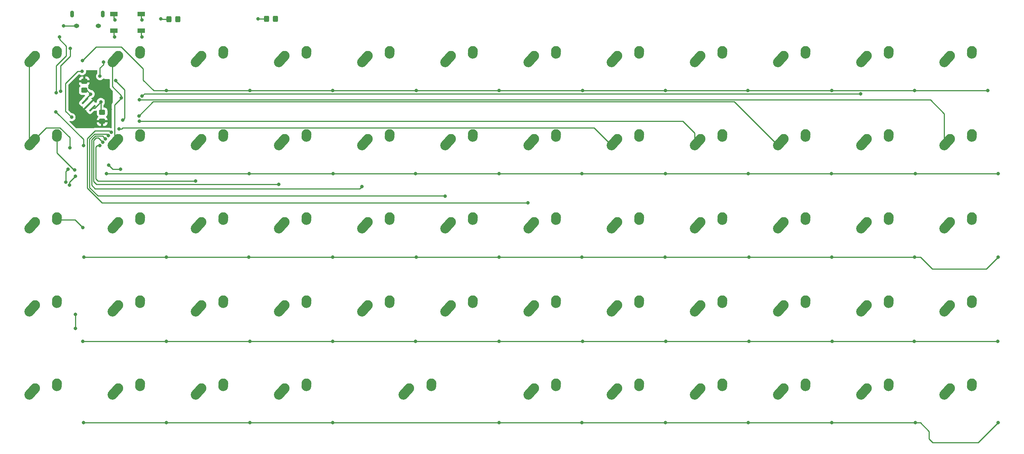
<source format=gbr>
G04 #@! TF.GenerationSoftware,KiCad,Pcbnew,(6.0.4)*
G04 #@! TF.CreationDate,2023-01-11T07:52:02+01:00*
G04 #@! TF.ProjectId,keyboard,6b657962-6f61-4726-942e-6b696361645f,rev?*
G04 #@! TF.SameCoordinates,Original*
G04 #@! TF.FileFunction,Copper,L1,Top*
G04 #@! TF.FilePolarity,Positive*
%FSLAX46Y46*%
G04 Gerber Fmt 4.6, Leading zero omitted, Abs format (unit mm)*
G04 Created by KiCad (PCBNEW (6.0.4)) date 2023-01-11 07:52:02*
%MOMM*%
%LPD*%
G01*
G04 APERTURE LIST*
G04 Aperture macros list*
%AMRoundRect*
0 Rectangle with rounded corners*
0 $1 Rounding radius*
0 $2 $3 $4 $5 $6 $7 $8 $9 X,Y pos of 4 corners*
0 Add a 4 corners polygon primitive as box body*
4,1,4,$2,$3,$4,$5,$6,$7,$8,$9,$2,$3,0*
0 Add four circle primitives for the rounded corners*
1,1,$1+$1,$2,$3*
1,1,$1+$1,$4,$5*
1,1,$1+$1,$6,$7*
1,1,$1+$1,$8,$9*
0 Add four rect primitives between the rounded corners*
20,1,$1+$1,$2,$3,$4,$5,0*
20,1,$1+$1,$4,$5,$6,$7,0*
20,1,$1+$1,$6,$7,$8,$9,0*
20,1,$1+$1,$8,$9,$2,$3,0*%
%AMHorizOval*
0 Thick line with rounded ends*
0 $1 width*
0 $2 $3 position (X,Y) of the first rounded end (center of the circle)*
0 $4 $5 position (X,Y) of the second rounded end (center of the circle)*
0 Add line between two ends*
20,1,$1,$2,$3,$4,$5,0*
0 Add two circle primitives to create the rounded ends*
1,1,$1,$2,$3*
1,1,$1,$4,$5*%
%AMRotRect*
0 Rectangle, with rotation*
0 The origin of the aperture is its center*
0 $1 length*
0 $2 width*
0 $3 Rotation angle, in degrees counterclockwise*
0 Add horizontal line*
21,1,$1,$2,0,0,$3*%
G04 Aperture macros list end*
G04 #@! TA.AperFunction,SMDPad,CuDef*
%ADD10RoundRect,0.250000X0.450000X-0.325000X0.450000X0.325000X-0.450000X0.325000X-0.450000X-0.325000X0*%
G04 #@! TD*
G04 #@! TA.AperFunction,SMDPad,CuDef*
%ADD11RoundRect,0.250000X-0.450000X0.325000X-0.450000X-0.325000X0.450000X-0.325000X0.450000X0.325000X0*%
G04 #@! TD*
G04 #@! TA.AperFunction,SMDPad,CuDef*
%ADD12R,1.700000X1.000000*%
G04 #@! TD*
G04 #@! TA.AperFunction,SMDPad,CuDef*
%ADD13RotRect,0.400000X1.900000X315.000000*%
G04 #@! TD*
G04 #@! TA.AperFunction,SMDPad,CuDef*
%ADD14RoundRect,0.250000X-0.325000X-0.450000X0.325000X-0.450000X0.325000X0.450000X-0.325000X0.450000X0*%
G04 #@! TD*
G04 #@! TA.AperFunction,ComponentPad*
%ADD15C,2.250000*%
G04 #@! TD*
G04 #@! TA.AperFunction,ComponentPad*
%ADD16HorizOval,2.250000X0.655001X0.730000X-0.655001X-0.730000X0*%
G04 #@! TD*
G04 #@! TA.AperFunction,ComponentPad*
%ADD17HorizOval,2.250000X0.020000X0.290000X-0.020000X-0.290000X0*%
G04 #@! TD*
G04 #@! TA.AperFunction,ComponentPad*
%ADD18O,0.890000X1.550000*%
G04 #@! TD*
G04 #@! TA.AperFunction,ComponentPad*
%ADD19O,1.250000X0.950000*%
G04 #@! TD*
G04 #@! TA.AperFunction,ViaPad*
%ADD20C,0.800000*%
G04 #@! TD*
G04 #@! TA.AperFunction,Conductor*
%ADD21C,0.250000*%
G04 #@! TD*
G04 APERTURE END LIST*
D10*
X66000000Y-84825000D03*
X66000000Y-82775000D03*
D11*
X70100000Y-89875000D03*
X70100000Y-91925000D03*
D12*
X79050000Y-67400000D03*
X72750000Y-67400000D03*
X72750000Y-71200000D03*
X79050000Y-71200000D03*
D13*
X66151472Y-87251472D03*
X67000000Y-88100000D03*
X67848528Y-88948528D03*
D14*
X85395001Y-68520001D03*
X87445001Y-68520001D03*
X107725000Y-68500000D03*
X109775000Y-68500000D03*
D15*
X226175000Y-134075000D03*
D16*
X225520001Y-134805000D03*
D15*
X231215000Y-132995000D03*
D17*
X231195000Y-133285000D03*
D16*
X263620001Y-134805000D03*
D15*
X264275000Y-134075000D03*
D17*
X269295000Y-133285000D03*
D15*
X269315000Y-132995000D03*
D16*
X244570001Y-134805000D03*
D15*
X245225000Y-134075000D03*
D17*
X250245000Y-133285000D03*
D15*
X250265000Y-132995000D03*
D16*
X73120001Y-115755000D03*
D15*
X73775000Y-115025000D03*
X78815000Y-113945000D03*
D17*
X78795000Y-114235000D03*
D15*
X130925000Y-134075000D03*
D16*
X130270001Y-134805000D03*
D17*
X135945000Y-133285000D03*
D15*
X135965000Y-132995000D03*
D16*
X130270001Y-96705000D03*
D15*
X130925000Y-95975000D03*
D17*
X135945000Y-95185000D03*
D15*
X135965000Y-94895000D03*
X54725000Y-134075000D03*
D16*
X54070001Y-134805000D03*
D17*
X59745000Y-133285000D03*
D15*
X59765000Y-132995000D03*
D16*
X168370001Y-77655000D03*
D15*
X169025000Y-76925000D03*
D17*
X174045000Y-76135000D03*
D15*
X174065000Y-75845000D03*
D16*
X149320001Y-77655000D03*
D15*
X149975000Y-76925000D03*
X155015000Y-75845000D03*
D17*
X154995000Y-76135000D03*
D15*
X111875000Y-76925000D03*
D16*
X111220001Y-77655000D03*
D15*
X116915000Y-75845000D03*
D17*
X116895000Y-76135000D03*
D15*
X188075000Y-115025000D03*
D16*
X187420001Y-115755000D03*
D17*
X193095000Y-114235000D03*
D15*
X193115000Y-113945000D03*
D16*
X54070001Y-77655000D03*
D15*
X54725000Y-76925000D03*
D17*
X59745000Y-76135000D03*
D15*
X59765000Y-75845000D03*
X207125000Y-134075000D03*
D16*
X206470001Y-134805000D03*
D17*
X212145000Y-133285000D03*
D15*
X212165000Y-132995000D03*
D16*
X92170001Y-77655000D03*
D15*
X92825000Y-76925000D03*
D17*
X97845000Y-76135000D03*
D15*
X97865000Y-75845000D03*
D16*
X263620001Y-115755000D03*
D15*
X264275000Y-115025000D03*
D17*
X269295000Y-114235000D03*
D15*
X269315000Y-113945000D03*
D16*
X139795001Y-153855000D03*
D15*
X140450000Y-153125000D03*
D17*
X145470000Y-152335000D03*
D15*
X145490000Y-152045000D03*
X245225000Y-153125000D03*
D16*
X244570001Y-153855000D03*
D17*
X250245000Y-152335000D03*
D15*
X250265000Y-152045000D03*
X226175000Y-115025000D03*
D16*
X225520001Y-115755000D03*
D15*
X231215000Y-113945000D03*
D17*
X231195000Y-114235000D03*
D16*
X244570001Y-77655000D03*
D15*
X245225000Y-76925000D03*
D17*
X250245000Y-76135000D03*
D15*
X250265000Y-75845000D03*
X188075000Y-76925000D03*
D16*
X187420001Y-77655000D03*
D17*
X193095000Y-76135000D03*
D15*
X193115000Y-75845000D03*
X73775000Y-95975000D03*
D16*
X73120001Y-96705000D03*
D15*
X78815000Y-94895000D03*
D17*
X78795000Y-95185000D03*
D16*
X92170001Y-153855000D03*
D15*
X92825000Y-153125000D03*
X97865000Y-152045000D03*
D17*
X97845000Y-152335000D03*
D15*
X149975000Y-134075000D03*
D16*
X149320001Y-134805000D03*
D17*
X154995000Y-133285000D03*
D15*
X155015000Y-132995000D03*
D16*
X263620001Y-77655000D03*
D15*
X264275000Y-76925000D03*
D17*
X269295000Y-76135000D03*
D15*
X269315000Y-75845000D03*
X54725000Y-115025000D03*
D16*
X54070001Y-115755000D03*
D15*
X59765000Y-113945000D03*
D17*
X59745000Y-114235000D03*
D16*
X130270001Y-115755000D03*
D15*
X130925000Y-115025000D03*
D17*
X135945000Y-114235000D03*
D15*
X135965000Y-113945000D03*
X245225000Y-115025000D03*
D16*
X244570001Y-115755000D03*
D17*
X250245000Y-114235000D03*
D15*
X250265000Y-113945000D03*
X111875000Y-153125000D03*
D16*
X111220001Y-153855000D03*
D15*
X116915000Y-152045000D03*
D17*
X116895000Y-152335000D03*
D16*
X168370001Y-134805000D03*
D15*
X169025000Y-134075000D03*
D17*
X174045000Y-133285000D03*
D15*
X174065000Y-132995000D03*
X207125000Y-76925000D03*
D16*
X206470001Y-77655000D03*
D17*
X212145000Y-76135000D03*
D15*
X212165000Y-75845000D03*
D16*
X206470001Y-115755000D03*
D15*
X207125000Y-115025000D03*
D17*
X212145000Y-114235000D03*
D15*
X212165000Y-113945000D03*
X54725000Y-95975000D03*
D16*
X54070001Y-96705000D03*
D15*
X59765000Y-94895000D03*
D17*
X59745000Y-95185000D03*
D16*
X168370001Y-153855000D03*
D15*
X169025000Y-153125000D03*
X174065000Y-152045000D03*
D17*
X174045000Y-152335000D03*
D15*
X92825000Y-95975000D03*
D16*
X92170001Y-96705000D03*
D17*
X97845000Y-95185000D03*
D15*
X97865000Y-94895000D03*
D16*
X149320001Y-96705000D03*
D15*
X149975000Y-95975000D03*
X155015000Y-94895000D03*
D17*
X154995000Y-95185000D03*
D15*
X169025000Y-115025000D03*
D16*
X168370001Y-115755000D03*
D15*
X174065000Y-113945000D03*
D17*
X174045000Y-114235000D03*
D15*
X73775000Y-76925000D03*
D16*
X73120001Y-77655000D03*
D15*
X78815000Y-75845000D03*
D17*
X78795000Y-76135000D03*
D15*
X188075000Y-134075000D03*
D16*
X187420001Y-134805000D03*
D15*
X193115000Y-132995000D03*
D17*
X193095000Y-133285000D03*
D15*
X226175000Y-95975000D03*
D16*
X225520001Y-96705000D03*
D17*
X231195000Y-95185000D03*
D15*
X231215000Y-94895000D03*
D16*
X92170001Y-115755000D03*
D15*
X92825000Y-115025000D03*
D17*
X97845000Y-114235000D03*
D15*
X97865000Y-113945000D03*
D16*
X225520001Y-77655000D03*
D15*
X226175000Y-76925000D03*
D17*
X231195000Y-76135000D03*
D15*
X231215000Y-75845000D03*
X226175000Y-153125000D03*
D16*
X225520001Y-153855000D03*
D17*
X231195000Y-152335000D03*
D15*
X231215000Y-152045000D03*
D16*
X206470001Y-153855000D03*
D15*
X207125000Y-153125000D03*
X212165000Y-152045000D03*
D17*
X212145000Y-152335000D03*
D15*
X130925000Y-76925000D03*
D16*
X130270001Y-77655000D03*
D15*
X135965000Y-75845000D03*
D17*
X135945000Y-76135000D03*
D15*
X111875000Y-134075000D03*
D16*
X111220001Y-134805000D03*
D15*
X116915000Y-132995000D03*
D17*
X116895000Y-133285000D03*
D16*
X206470001Y-96705000D03*
D15*
X207125000Y-95975000D03*
X212165000Y-94895000D03*
D17*
X212145000Y-95185000D03*
D16*
X263620001Y-96705000D03*
D15*
X264275000Y-95975000D03*
X269315000Y-94895000D03*
D17*
X269295000Y-95185000D03*
D15*
X264275000Y-153125000D03*
D16*
X263620001Y-153855000D03*
D17*
X269295000Y-152335000D03*
D15*
X269315000Y-152045000D03*
D16*
X73120001Y-153855000D03*
D15*
X73775000Y-153125000D03*
D17*
X78795000Y-152335000D03*
D15*
X78815000Y-152045000D03*
X73775000Y-134075000D03*
D16*
X73120001Y-134805000D03*
D17*
X78795000Y-133285000D03*
D15*
X78815000Y-132995000D03*
X54725000Y-153125000D03*
D16*
X54070001Y-153855000D03*
D15*
X59765000Y-152045000D03*
D17*
X59745000Y-152335000D03*
D15*
X92825000Y-134075000D03*
D16*
X92170001Y-134805000D03*
D17*
X97845000Y-133285000D03*
D15*
X97865000Y-132995000D03*
D16*
X187420001Y-153855000D03*
D15*
X188075000Y-153125000D03*
X193115000Y-152045000D03*
D17*
X193095000Y-152335000D03*
D15*
X188075000Y-95975000D03*
D16*
X187420001Y-96705000D03*
D15*
X193115000Y-94895000D03*
D17*
X193095000Y-95185000D03*
D15*
X111875000Y-95975000D03*
D16*
X111220001Y-96705000D03*
D15*
X116915000Y-94895000D03*
D17*
X116895000Y-95185000D03*
D15*
X111875000Y-115025000D03*
D16*
X111220001Y-115755000D03*
D17*
X116895000Y-114235000D03*
D15*
X116915000Y-113945000D03*
X169025000Y-95975000D03*
D16*
X168370001Y-96705000D03*
D17*
X174045000Y-95185000D03*
D15*
X174065000Y-94895000D03*
X245225000Y-95975000D03*
D16*
X244570001Y-96705000D03*
D15*
X250265000Y-94895000D03*
D17*
X250245000Y-95185000D03*
D15*
X149975000Y-115025000D03*
D16*
X149320001Y-115755000D03*
D15*
X155015000Y-113945000D03*
D17*
X154995000Y-114235000D03*
D18*
X70200000Y-67400000D03*
X63200000Y-67400000D03*
D19*
X64200000Y-70100000D03*
X69200000Y-70100000D03*
D20*
X67300000Y-84200000D03*
X79250000Y-68750000D03*
X71900000Y-89200000D03*
X65500000Y-92500000D03*
X73000000Y-68750000D03*
X70100000Y-91925000D03*
X63800000Y-88000000D03*
X61300000Y-70100000D03*
X74300000Y-102900000D03*
X61800000Y-105900000D03*
X71600000Y-102000000D03*
X66800000Y-92500000D03*
X62600000Y-106600000D03*
X68000000Y-92500000D03*
X62300000Y-102900000D03*
X64000000Y-104500000D03*
X63800000Y-89200000D03*
X73190000Y-82600000D03*
X74800000Y-91668807D03*
X65797918Y-97500000D03*
X59500000Y-89800000D03*
X62700000Y-98000000D03*
X74500000Y-86600000D03*
X69530782Y-97471118D03*
X91515000Y-105600000D03*
X110565000Y-106400000D03*
X70228255Y-96754504D03*
X129615000Y-106900000D03*
X70836629Y-95960852D03*
X148665000Y-109100000D03*
X71549208Y-95259258D03*
X72200000Y-94500000D03*
X167600000Y-110600000D03*
X74000000Y-93725000D03*
X78600000Y-91900000D03*
X78500000Y-90700000D03*
X243825001Y-85625001D03*
X79200000Y-86200000D03*
X78600000Y-87000000D03*
X199100000Y-84900000D03*
X122900000Y-84900000D03*
X65600000Y-78000000D03*
X142000000Y-84900000D03*
X256200000Y-84900000D03*
X272900000Y-84900000D03*
X161000000Y-84900000D03*
X237200000Y-84900000D03*
X63100000Y-91000000D03*
X218000000Y-84900000D03*
X180100000Y-84900000D03*
X84800000Y-84900000D03*
X103900000Y-84900000D03*
X65500000Y-80500000D03*
X103800000Y-103900000D03*
X275300000Y-103900000D03*
X237100000Y-103900000D03*
X161000000Y-103900000D03*
X256300000Y-103900000D03*
X218100000Y-103900000D03*
X71100000Y-103900000D03*
X84800000Y-103900000D03*
X199100000Y-103900000D03*
X141900000Y-103900000D03*
X180000000Y-103900000D03*
X123000000Y-103900000D03*
X103700000Y-123100000D03*
X65900000Y-123100000D03*
X256200000Y-123100000D03*
X199000000Y-123100000D03*
X237200000Y-123100000D03*
X84800000Y-123100000D03*
X161000000Y-123100000D03*
X218200000Y-123100000D03*
X275300000Y-123100000D03*
X122900000Y-123100000D03*
X142000000Y-123100000D03*
X180000000Y-123100000D03*
X199200000Y-142400000D03*
X141900000Y-142400000D03*
X256100000Y-142400000D03*
X180100000Y-142400000D03*
X65700000Y-142400000D03*
X161000000Y-142400000D03*
X218200000Y-142400000D03*
X84800000Y-142400000D03*
X275200000Y-142400000D03*
X122900000Y-142400000D03*
X103900000Y-142400000D03*
X237300000Y-142400000D03*
X218100000Y-161000000D03*
X63997653Y-136200000D03*
X65800000Y-161000000D03*
X103900000Y-161000000D03*
X122900000Y-161000000D03*
X199100000Y-161000000D03*
X64000000Y-139400000D03*
X275300000Y-161000000D03*
X256300000Y-161000000D03*
X161000000Y-161000000D03*
X180000000Y-161000000D03*
X237200000Y-161000000D03*
X84800000Y-161000000D03*
X63800000Y-103100000D03*
X65700000Y-116300000D03*
X67464998Y-85700000D03*
X69800000Y-87500000D03*
X70400000Y-78400000D03*
X72950000Y-72600000D03*
X79250000Y-72600000D03*
X69600000Y-81600000D03*
X60621663Y-85078339D03*
X62800000Y-75225500D03*
X60300000Y-72600000D03*
X59605773Y-85369675D03*
X83525000Y-68475001D03*
X87445001Y-68520001D03*
X109775000Y-68500000D03*
X105775000Y-68500000D03*
D21*
X72500000Y-102900000D02*
X71600000Y-102000000D01*
X62600000Y-105900000D02*
X62600000Y-106600000D01*
X61800000Y-105900000D02*
X61800000Y-103400000D01*
X72750000Y-67400000D02*
X72750000Y-68500000D01*
X67600000Y-87635002D02*
X67600000Y-87500000D01*
X64200000Y-70100000D02*
X61300000Y-70100000D01*
X79050000Y-67400000D02*
X79050000Y-68550000D01*
X61800000Y-103400000D02*
X62300000Y-102900000D01*
X79050000Y-68550000D02*
X79250000Y-68750000D01*
X72750000Y-68500000D02*
X73000000Y-68750000D01*
X74300000Y-102900000D02*
X72500000Y-102900000D01*
X64000000Y-104500000D02*
X62600000Y-105900000D01*
X75225001Y-84725001D02*
X73190000Y-82690000D01*
X75225001Y-91243806D02*
X75225001Y-84725001D01*
X65797918Y-96097918D02*
X59500000Y-89800000D01*
X65797918Y-97500000D02*
X65797918Y-96097918D01*
X73190000Y-82690000D02*
X73190000Y-82600000D01*
X74800000Y-91668807D02*
X75225001Y-91243806D01*
X62700000Y-95683998D02*
X60461001Y-93444999D01*
X57255001Y-93444999D02*
X55849999Y-94850001D01*
X53415000Y-97435000D02*
X53415000Y-97285000D01*
X53415000Y-97285000D02*
X54725000Y-95975000D01*
X60461001Y-93444999D02*
X57255001Y-93444999D01*
X53415000Y-97435000D02*
X53415000Y-78385000D01*
X55849999Y-94850001D02*
X54725000Y-95975000D01*
X62700000Y-98000000D02*
X62700000Y-95683998D01*
X72465000Y-83999315D02*
X72465000Y-78385000D01*
X74100001Y-86999999D02*
X74500000Y-86600000D01*
X72925001Y-88174999D02*
X74100001Y-86999999D01*
X74500000Y-86034315D02*
X72465000Y-83999315D01*
X74500000Y-86600000D02*
X74500000Y-86034315D01*
X72925001Y-96974999D02*
X72925001Y-88174999D01*
X72465000Y-97435000D02*
X72925001Y-96974999D01*
X68965097Y-97471118D02*
X68600020Y-97836195D01*
X68600020Y-97836195D02*
X68600020Y-105100020D01*
X69100000Y-105600000D02*
X91515000Y-105600000D01*
X69530782Y-97471118D02*
X68965097Y-97471118D01*
X68600020Y-105100020D02*
X69100000Y-105600000D01*
X68740721Y-95759279D02*
X68150010Y-96349990D01*
X68150010Y-96349990D02*
X68150010Y-103736398D01*
X68150010Y-103736398D02*
X68125021Y-103761387D01*
X68125021Y-103761387D02*
X68125021Y-105725021D01*
X70228255Y-96754504D02*
X69828256Y-96354505D01*
X69259279Y-95759279D02*
X68740721Y-95759279D01*
X69828256Y-96328256D02*
X69259279Y-95759279D01*
X68125021Y-105725021D02*
X68800000Y-106400000D01*
X69828256Y-96354505D02*
X69828256Y-96328256D01*
X68800000Y-106400000D02*
X110565000Y-106400000D01*
X67675011Y-106575011D02*
X68500000Y-107400000D01*
X68527141Y-95309269D02*
X67675011Y-96161399D01*
X68500000Y-107400000D02*
X129100000Y-107400000D01*
X129600000Y-106900000D02*
X129615000Y-106900000D01*
X67675011Y-96161399D02*
X67700000Y-96186388D01*
X129100000Y-107400000D02*
X129600000Y-106900000D01*
X67675011Y-96161399D02*
X67675011Y-106575011D01*
X70436630Y-95536630D02*
X70209269Y-95309269D01*
X70436630Y-95560853D02*
X70436630Y-95536630D01*
X70836629Y-95960852D02*
X70436630Y-95560853D01*
X70209269Y-95309269D02*
X68527141Y-95309269D01*
X148565000Y-109000000D02*
X148665000Y-109100000D01*
X71149209Y-94859259D02*
X68340741Y-94859259D01*
X71549208Y-95259258D02*
X71149209Y-94859259D01*
X67225001Y-107125001D02*
X69100000Y-109000000D01*
X69100000Y-109000000D02*
X148565000Y-109000000D01*
X67225001Y-95974999D02*
X67225001Y-107125001D01*
X68340741Y-94859259D02*
X67225001Y-95974999D01*
X68463589Y-94100001D02*
X66700000Y-95863590D01*
X70063590Y-110600000D02*
X149091998Y-110600000D01*
X66700000Y-95863590D02*
X66700000Y-97400000D01*
X66700000Y-97400000D02*
X66700000Y-106700000D01*
X72200000Y-94500000D02*
X71800001Y-94100001D01*
X66700000Y-107236410D02*
X69163590Y-109700000D01*
X149091998Y-110600000D02*
X167600000Y-110600000D01*
X66700000Y-106700000D02*
X66700000Y-107236410D01*
X71800001Y-94100001D02*
X68463589Y-94100001D01*
X69163590Y-109700000D02*
X70063590Y-110600000D01*
X74000000Y-93725000D02*
X74565685Y-93725000D01*
X74845686Y-93444999D02*
X182774999Y-93444999D01*
X182774999Y-93444999D02*
X186765000Y-97435000D01*
X74565685Y-93725000D02*
X74845686Y-93444999D01*
X205815000Y-94665000D02*
X205815000Y-97435000D01*
X78600000Y-91900000D02*
X203050000Y-91900000D01*
X203050000Y-91900000D02*
X205815000Y-94665000D01*
X81749990Y-87450010D02*
X214880010Y-87450010D01*
X214880010Y-87450010D02*
X224865000Y-97435000D01*
X78500000Y-90700000D02*
X81749990Y-87450010D01*
X79774999Y-85625001D02*
X243825001Y-85625001D01*
X79200000Y-86200000D02*
X79774999Y-85625001D01*
X78600000Y-87000000D02*
X259777222Y-87000000D01*
X259777222Y-87000000D02*
X262965000Y-90187778D01*
X262965000Y-90187778D02*
X262965000Y-97435000D01*
X81900000Y-84900000D02*
X79500000Y-82500000D01*
X237200000Y-84900000D02*
X218000000Y-84900000D01*
X84800000Y-84900000D02*
X82100000Y-84900000D01*
X218000000Y-84900000D02*
X199100000Y-84900000D01*
X63806012Y-81199990D02*
X61700000Y-83306002D01*
X103900000Y-84900000D02*
X87200000Y-84900000D01*
X61700000Y-89600000D02*
X63100000Y-91000000D01*
X122900000Y-84900000D02*
X103900000Y-84900000D01*
X82100000Y-84900000D02*
X81900000Y-84900000D01*
X77300000Y-77700000D02*
X74500000Y-74900000D01*
X79500000Y-82500000D02*
X79500000Y-79900000D01*
X79500000Y-79900000D02*
X77300000Y-77700000D01*
X257900000Y-84900000D02*
X256200000Y-84900000D01*
X180100000Y-84900000D02*
X161000000Y-84900000D01*
X63806012Y-81193988D02*
X64500000Y-80500000D01*
X199100000Y-84900000D02*
X180100000Y-84900000D01*
X272900000Y-84900000D02*
X257900000Y-84900000D01*
X61700000Y-83306002D02*
X61700000Y-89600000D01*
X142000000Y-84900000D02*
X122900000Y-84900000D01*
X161000000Y-84900000D02*
X142000000Y-84900000D01*
X68700000Y-74900000D02*
X65600000Y-78000000D01*
X87200000Y-84900000D02*
X84800000Y-84900000D01*
X74500000Y-74900000D02*
X68700000Y-74900000D01*
X64500000Y-80500000D02*
X65500000Y-80500000D01*
X63806012Y-81199990D02*
X63806012Y-81193988D01*
X256200000Y-84900000D02*
X237200000Y-84900000D01*
X103800000Y-103900000D02*
X84800000Y-103900000D01*
X199100000Y-103900000D02*
X180000000Y-103900000D01*
X237100000Y-103900000D02*
X218100000Y-103900000D01*
X180000000Y-103900000D02*
X161000000Y-103900000D01*
X218100000Y-103900000D02*
X199100000Y-103900000D01*
X84800000Y-103900000D02*
X84400000Y-103900000D01*
X275300000Y-103900000D02*
X256300000Y-103900000D01*
X71100000Y-103900000D02*
X84800000Y-103900000D01*
X123000000Y-103900000D02*
X103800000Y-103900000D01*
X161000000Y-103900000D02*
X141900000Y-103900000D01*
X141900000Y-103900000D02*
X123000000Y-103900000D01*
X256300000Y-103900000D02*
X237100000Y-103900000D01*
X257500000Y-123100000D02*
X260200000Y-125800000D01*
X66000000Y-123100000D02*
X65900000Y-123100000D01*
X237200000Y-123100000D02*
X218200000Y-123100000D01*
X213700000Y-123100000D02*
X199000000Y-123100000D01*
X180000000Y-123100000D02*
X161000000Y-123100000D01*
X115018026Y-123100000D02*
X103700000Y-123100000D01*
X122900000Y-123100000D02*
X115018026Y-123100000D01*
X256200000Y-123100000D02*
X237200000Y-123100000D01*
X272600000Y-125800000D02*
X275300000Y-123100000D01*
X161000000Y-123100000D02*
X142000000Y-123100000D01*
X260200000Y-125800000D02*
X272600000Y-125800000D01*
X218200000Y-123100000D02*
X213700000Y-123100000D01*
X199000000Y-123100000D02*
X180000000Y-123100000D01*
X103700000Y-123100000D02*
X84800000Y-123100000D01*
X84800000Y-123100000D02*
X66000000Y-123100000D01*
X256200000Y-123100000D02*
X257500000Y-123100000D01*
X142000000Y-123100000D02*
X122900000Y-123100000D01*
X161000000Y-142400000D02*
X180100000Y-142400000D01*
X218200000Y-142400000D02*
X237300000Y-142400000D01*
X122900000Y-142400000D02*
X141900000Y-142400000D01*
X180100000Y-142400000D02*
X199200000Y-142400000D01*
X103900000Y-142400000D02*
X122900000Y-142400000D01*
X256100000Y-142400000D02*
X275200000Y-142400000D01*
X199200000Y-142400000D02*
X218200000Y-142400000D01*
X84800000Y-142400000D02*
X103900000Y-142400000D01*
X237300000Y-142400000D02*
X256100000Y-142400000D01*
X141900000Y-142400000D02*
X161000000Y-142400000D01*
X65700000Y-142400000D02*
X84800000Y-142400000D01*
X218100000Y-161000000D02*
X199100000Y-161000000D01*
X260334315Y-165600000D02*
X270700000Y-165600000D01*
X63997653Y-136765685D02*
X64000000Y-136768032D01*
X270700000Y-165600000D02*
X275300000Y-161000000D01*
X256300000Y-161000000D02*
X237200000Y-161000000D01*
X122900000Y-161000000D02*
X103900000Y-161000000D01*
X103900000Y-161000000D02*
X84800000Y-161000000D01*
X180000000Y-161000000D02*
X161000000Y-161000000D01*
X84800000Y-161000000D02*
X65800000Y-161000000D01*
X237200000Y-161000000D02*
X218100000Y-161000000D01*
X64000000Y-136768032D02*
X64000000Y-139400000D01*
X161000000Y-161000000D02*
X122900000Y-161000000D01*
X63997653Y-136200000D02*
X63997653Y-136765685D01*
X257500000Y-161000000D02*
X259500000Y-163000000D01*
X259500000Y-164765685D02*
X260334315Y-165600000D01*
X199100000Y-161000000D02*
X180000000Y-161000000D01*
X65800000Y-161000000D02*
X65600000Y-161000000D01*
X256300000Y-161000000D02*
X257500000Y-161000000D01*
X259500000Y-163000000D02*
X259500000Y-164765685D01*
X59725000Y-99171002D02*
X63653998Y-103100000D01*
X63653998Y-103100000D02*
X63800000Y-103100000D01*
X59725000Y-95475000D02*
X59725000Y-99171002D01*
X59725000Y-114525000D02*
X63925000Y-114525000D01*
X63925000Y-114525000D02*
X65700000Y-116300000D01*
X66151472Y-87251472D02*
X66151472Y-87013526D01*
X65950000Y-84800000D02*
X66564998Y-84800000D01*
X66564998Y-84800000D02*
X67464998Y-85700000D01*
X66151472Y-87013526D02*
X67464998Y-85700000D01*
X69800000Y-89575000D02*
X70100000Y-89875000D01*
X68351472Y-88948528D02*
X69800000Y-87500000D01*
X69800000Y-87500000D02*
X69800000Y-89575000D01*
X67848528Y-88948528D02*
X68351472Y-88948528D01*
X70400000Y-78965685D02*
X69600000Y-79765685D01*
X79050000Y-71200000D02*
X79050000Y-72400000D01*
X69600000Y-79765685D02*
X69600000Y-81034315D01*
X79050000Y-72400000D02*
X79250000Y-72600000D01*
X72750000Y-72400000D02*
X72950000Y-72600000D01*
X72750000Y-71200000D02*
X72750000Y-72400000D01*
X70400000Y-78400000D02*
X70400000Y-78965685D01*
X69600000Y-81034315D02*
X69600000Y-81600000D01*
X62800000Y-75225500D02*
X62800000Y-76985930D01*
X62800000Y-76985930D02*
X60646183Y-79139747D01*
X60621663Y-79139747D02*
X60621663Y-85078339D01*
X60646183Y-79139747D02*
X60621663Y-79139747D01*
X61900000Y-74700000D02*
X61900000Y-76900000D01*
X59605773Y-79194227D02*
X59605773Y-85369675D01*
X60300000Y-73100000D02*
X61900000Y-74700000D01*
X60300000Y-72600000D02*
X60300000Y-73100000D01*
X61900000Y-76900000D02*
X59605773Y-79194227D01*
X83570000Y-68520001D02*
X83525000Y-68475001D01*
X85395001Y-68520001D02*
X83570000Y-68520001D01*
X107725000Y-68500000D02*
X105775000Y-68500000D01*
G04 #@! TA.AperFunction,Conductor*
G36*
X68908621Y-80220002D02*
G01*
X68955114Y-80273658D01*
X68966500Y-80326000D01*
X68966500Y-80897476D01*
X68946498Y-80965597D01*
X68934142Y-80981779D01*
X68860960Y-81063056D01*
X68765473Y-81228444D01*
X68706458Y-81410072D01*
X68686496Y-81600000D01*
X68687186Y-81606565D01*
X68703603Y-81762761D01*
X68706458Y-81789928D01*
X68765473Y-81971556D01*
X68860960Y-82136944D01*
X68865378Y-82141851D01*
X68865379Y-82141852D01*
X68984325Y-82273955D01*
X68988747Y-82278866D01*
X69143248Y-82391118D01*
X69149276Y-82393802D01*
X69149278Y-82393803D01*
X69311681Y-82466109D01*
X69317712Y-82468794D01*
X69411112Y-82488647D01*
X69498056Y-82507128D01*
X69498061Y-82507128D01*
X69504513Y-82508500D01*
X69695487Y-82508500D01*
X69701939Y-82507128D01*
X69701944Y-82507128D01*
X69788888Y-82488647D01*
X69882288Y-82468794D01*
X69888319Y-82466109D01*
X70050722Y-82393803D01*
X70050724Y-82393802D01*
X70056752Y-82391118D01*
X70211253Y-82278866D01*
X70222378Y-82266511D01*
X70235747Y-82251663D01*
X70335012Y-82141417D01*
X70395456Y-82104178D01*
X70466440Y-82105530D01*
X70490979Y-82116226D01*
X70535235Y-82141418D01*
X70612590Y-82185451D01*
X70833289Y-82265561D01*
X70838538Y-82266510D01*
X70838541Y-82266511D01*
X70919615Y-82281171D01*
X71064330Y-82307340D01*
X71068469Y-82307535D01*
X71068476Y-82307536D01*
X71087440Y-82308430D01*
X71087449Y-82308430D01*
X71088929Y-82308500D01*
X71253950Y-82308500D01*
X71344767Y-82300794D01*
X71423637Y-82294102D01*
X71423641Y-82294101D01*
X71428948Y-82293651D01*
X71434103Y-82292313D01*
X71434109Y-82292312D01*
X71571972Y-82256530D01*
X71656206Y-82234667D01*
X71661071Y-82232475D01*
X71663648Y-82231568D01*
X71734545Y-82227807D01*
X71796220Y-82262973D01*
X71829093Y-82325901D01*
X71831500Y-82350414D01*
X71831500Y-83920548D01*
X71830973Y-83931731D01*
X71829298Y-83939224D01*
X71829547Y-83947150D01*
X71829547Y-83947151D01*
X71831438Y-84007301D01*
X71831500Y-84011260D01*
X71831500Y-84039171D01*
X71831997Y-84043105D01*
X71831997Y-84043106D01*
X71832005Y-84043171D01*
X71832938Y-84055008D01*
X71834327Y-84099204D01*
X71839978Y-84118654D01*
X71843987Y-84138015D01*
X71846526Y-84158112D01*
X71849445Y-84165483D01*
X71849445Y-84165485D01*
X71862804Y-84199227D01*
X71866649Y-84210457D01*
X71878982Y-84252908D01*
X71883015Y-84259727D01*
X71883017Y-84259732D01*
X71889293Y-84270343D01*
X71897988Y-84288091D01*
X71905448Y-84306932D01*
X71910110Y-84313348D01*
X71910110Y-84313349D01*
X71931436Y-84342702D01*
X71937952Y-84352622D01*
X71960458Y-84390677D01*
X71974779Y-84404998D01*
X71987619Y-84420031D01*
X71999528Y-84436422D01*
X72033605Y-84464613D01*
X72042384Y-84472603D01*
X72463095Y-84893314D01*
X72497121Y-84955626D01*
X72500000Y-84982409D01*
X72500000Y-87651905D01*
X72479998Y-87720026D01*
X72463095Y-87741000D01*
X72448866Y-87755229D01*
X72446386Y-87758426D01*
X72438683Y-87767446D01*
X72408415Y-87799678D01*
X72404596Y-87806624D01*
X72404594Y-87806627D01*
X72398653Y-87817433D01*
X72387802Y-87833952D01*
X72375387Y-87849958D01*
X72372242Y-87857227D01*
X72372239Y-87857231D01*
X72357827Y-87890536D01*
X72352610Y-87901186D01*
X72331306Y-87939939D01*
X72329335Y-87947614D01*
X72329335Y-87947615D01*
X72326268Y-87959561D01*
X72319864Y-87978265D01*
X72311820Y-87996854D01*
X72310581Y-88004677D01*
X72310578Y-88004687D01*
X72304902Y-88040523D01*
X72302496Y-88052143D01*
X72299262Y-88064740D01*
X72291501Y-88094969D01*
X72291501Y-88115223D01*
X72289950Y-88134933D01*
X72286781Y-88154942D01*
X72287527Y-88162834D01*
X72290942Y-88198960D01*
X72291501Y-88210818D01*
X72291501Y-93374000D01*
X72271499Y-93442121D01*
X72217843Y-93488614D01*
X72165501Y-93500000D01*
X72034696Y-93500000D01*
X71993251Y-93491418D01*
X71993030Y-93492179D01*
X71985420Y-93489968D01*
X71978146Y-93486820D01*
X71970323Y-93485581D01*
X71970313Y-93485578D01*
X71934477Y-93479902D01*
X71922857Y-93477496D01*
X71887712Y-93468473D01*
X71887711Y-93468473D01*
X71880031Y-93466501D01*
X71859777Y-93466501D01*
X71840066Y-93464950D01*
X71837535Y-93464549D01*
X71820058Y-93461781D01*
X71812166Y-93462527D01*
X71776040Y-93465942D01*
X71764182Y-93466501D01*
X68542352Y-93466501D01*
X68531168Y-93465974D01*
X68523680Y-93464300D01*
X68515757Y-93464549D01*
X68455622Y-93466439D01*
X68451664Y-93466501D01*
X68423733Y-93466501D01*
X68419818Y-93466996D01*
X68419814Y-93466996D01*
X68419756Y-93467004D01*
X68419727Y-93467007D01*
X68407885Y-93467940D01*
X68363699Y-93469328D01*
X68346333Y-93474373D01*
X68344247Y-93474979D01*
X68324895Y-93478987D01*
X68312657Y-93480533D01*
X68312655Y-93480534D01*
X68304792Y-93481527D01*
X68280481Y-93491152D01*
X68234100Y-93500000D01*
X64148094Y-93500000D01*
X64079973Y-93479998D01*
X64058999Y-93463095D01*
X62892999Y-92297095D01*
X68892001Y-92297095D01*
X68892338Y-92303614D01*
X68902257Y-92399206D01*
X68905149Y-92412600D01*
X68956588Y-92566784D01*
X68962761Y-92579962D01*
X69048063Y-92717807D01*
X69057099Y-92729208D01*
X69171829Y-92843739D01*
X69183240Y-92852751D01*
X69321243Y-92937816D01*
X69334424Y-92943963D01*
X69488710Y-92995138D01*
X69502086Y-92998005D01*
X69596438Y-93007672D01*
X69602854Y-93008000D01*
X69827885Y-93008000D01*
X69843124Y-93003525D01*
X69844329Y-93002135D01*
X69846000Y-92994452D01*
X69846000Y-92989884D01*
X70354000Y-92989884D01*
X70358475Y-93005123D01*
X70359865Y-93006328D01*
X70367548Y-93007999D01*
X70597095Y-93007999D01*
X70603614Y-93007662D01*
X70699206Y-92997743D01*
X70712600Y-92994851D01*
X70866784Y-92943412D01*
X70879962Y-92937239D01*
X71017807Y-92851937D01*
X71029208Y-92842901D01*
X71143739Y-92728171D01*
X71152751Y-92716760D01*
X71237816Y-92578757D01*
X71243963Y-92565576D01*
X71295138Y-92411290D01*
X71298005Y-92397914D01*
X71307672Y-92303562D01*
X71308000Y-92297146D01*
X71308000Y-92197115D01*
X71303525Y-92181876D01*
X71302135Y-92180671D01*
X71294452Y-92179000D01*
X70372115Y-92179000D01*
X70356876Y-92183475D01*
X70355671Y-92184865D01*
X70354000Y-92192548D01*
X70354000Y-92989884D01*
X69846000Y-92989884D01*
X69846000Y-92197115D01*
X69841525Y-92181876D01*
X69840135Y-92180671D01*
X69832452Y-92179000D01*
X68910116Y-92179000D01*
X68894877Y-92183475D01*
X68893672Y-92184865D01*
X68892001Y-92192548D01*
X68892001Y-92297095D01*
X62892999Y-92297095D01*
X62662104Y-92066200D01*
X62628079Y-92003889D01*
X62633144Y-91933074D01*
X62675691Y-91876238D01*
X62742211Y-91851427D01*
X62802446Y-91861998D01*
X62811073Y-91865838D01*
X62817712Y-91868794D01*
X62911113Y-91888647D01*
X62998056Y-91907128D01*
X62998061Y-91907128D01*
X63004513Y-91908500D01*
X63195487Y-91908500D01*
X63201939Y-91907128D01*
X63201944Y-91907128D01*
X63288887Y-91888647D01*
X63382288Y-91868794D01*
X63388323Y-91866107D01*
X63550722Y-91793803D01*
X63550724Y-91793802D01*
X63556752Y-91791118D01*
X63711253Y-91678866D01*
X63722365Y-91666525D01*
X63834621Y-91541852D01*
X63834622Y-91541851D01*
X63839040Y-91536944D01*
X63934527Y-91371556D01*
X63993542Y-91189928D01*
X64000700Y-91121829D01*
X64012814Y-91006565D01*
X64013504Y-91000000D01*
X63993542Y-90810072D01*
X63934527Y-90628444D01*
X63839040Y-90463056D01*
X63711253Y-90321134D01*
X63556752Y-90208882D01*
X63550724Y-90206198D01*
X63550722Y-90206197D01*
X63388319Y-90133891D01*
X63388318Y-90133891D01*
X63382288Y-90131206D01*
X63288888Y-90111353D01*
X63201944Y-90092872D01*
X63201939Y-90092872D01*
X63195487Y-90091500D01*
X63139595Y-90091500D01*
X63071474Y-90071498D01*
X63050499Y-90054595D01*
X62370404Y-89374499D01*
X62336379Y-89312187D01*
X62333500Y-89285404D01*
X62333500Y-89273514D01*
X66115658Y-89273514D01*
X66115789Y-89275348D01*
X66120038Y-89281960D01*
X66142044Y-89303966D01*
X66147128Y-89308528D01*
X66187001Y-89340589D01*
X66200352Y-89348810D01*
X66317451Y-89402050D01*
X66334514Y-89407040D01*
X66421568Y-89419508D01*
X66486165Y-89448965D01*
X66524582Y-89508671D01*
X66528429Y-89526355D01*
X66542276Y-89623044D01*
X66602563Y-89755640D01*
X66607510Y-89761793D01*
X66607512Y-89761796D01*
X66628300Y-89787650D01*
X66641756Y-89804386D01*
X66992670Y-90155300D01*
X66995332Y-90157440D01*
X67035260Y-90189544D01*
X67035263Y-90189546D01*
X67041416Y-90194493D01*
X67081599Y-90212763D01*
X67164379Y-90250400D01*
X67174012Y-90254780D01*
X67182895Y-90256052D01*
X67182898Y-90256053D01*
X67309309Y-90274156D01*
X67318198Y-90275429D01*
X67327087Y-90274156D01*
X67453498Y-90256053D01*
X67453501Y-90256052D01*
X67462384Y-90254780D01*
X67472018Y-90250400D01*
X67554797Y-90212763D01*
X67594980Y-90194493D01*
X67601133Y-90189546D01*
X67601136Y-90189544D01*
X67641064Y-90157440D01*
X67643726Y-90155300D01*
X68180093Y-89618933D01*
X68242405Y-89584907D01*
X68269188Y-89582028D01*
X68272705Y-89582028D01*
X68283888Y-89582555D01*
X68291381Y-89584230D01*
X68299307Y-89583981D01*
X68299308Y-89583981D01*
X68359458Y-89582090D01*
X68363417Y-89582028D01*
X68391328Y-89582028D01*
X68395263Y-89581531D01*
X68395328Y-89581523D01*
X68407165Y-89580590D01*
X68439423Y-89579576D01*
X68443442Y-89579450D01*
X68451361Y-89579201D01*
X68470815Y-89573549D01*
X68490172Y-89569541D01*
X68502402Y-89567996D01*
X68502403Y-89567996D01*
X68510269Y-89567002D01*
X68517640Y-89564083D01*
X68517642Y-89564083D01*
X68551384Y-89550724D01*
X68562614Y-89546879D01*
X68597455Y-89536757D01*
X68597456Y-89536757D01*
X68605065Y-89534546D01*
X68611884Y-89530513D01*
X68611889Y-89530511D01*
X68622500Y-89524235D01*
X68640248Y-89515540D01*
X68659089Y-89508080D01*
X68691440Y-89484576D01*
X68758308Y-89460718D01*
X68827459Y-89476799D01*
X68876939Y-89527714D01*
X68891500Y-89586513D01*
X68891500Y-90250400D01*
X68891837Y-90253646D01*
X68891837Y-90253650D01*
X68899349Y-90326045D01*
X68902474Y-90356166D01*
X68958450Y-90523946D01*
X69051522Y-90674348D01*
X69176697Y-90799305D01*
X69181235Y-90802102D01*
X69221824Y-90859353D01*
X69225054Y-90930276D01*
X69189428Y-90991687D01*
X69180932Y-90999062D01*
X69170793Y-91007098D01*
X69056261Y-91121829D01*
X69047249Y-91133240D01*
X68962184Y-91271243D01*
X68956037Y-91284424D01*
X68904862Y-91438710D01*
X68901995Y-91452086D01*
X68892328Y-91546438D01*
X68892000Y-91552855D01*
X68892000Y-91652885D01*
X68896475Y-91668124D01*
X68897865Y-91669329D01*
X68905548Y-91671000D01*
X71289884Y-91671000D01*
X71305123Y-91666525D01*
X71306328Y-91665135D01*
X71307999Y-91657452D01*
X71307999Y-91552905D01*
X71307662Y-91546386D01*
X71297743Y-91450794D01*
X71294851Y-91437400D01*
X71243412Y-91283216D01*
X71237239Y-91270038D01*
X71151937Y-91132193D01*
X71142901Y-91120792D01*
X71028172Y-91006262D01*
X71019238Y-90999206D01*
X70978177Y-90941288D01*
X70974947Y-90870365D01*
X71010574Y-90808954D01*
X71018407Y-90802154D01*
X71024348Y-90798478D01*
X71149305Y-90673303D01*
X71153146Y-90667072D01*
X71238275Y-90528968D01*
X71238276Y-90528966D01*
X71242115Y-90522738D01*
X71297797Y-90354861D01*
X71300750Y-90326045D01*
X71302909Y-90304969D01*
X71308500Y-90250400D01*
X71308500Y-89499600D01*
X71303672Y-89453070D01*
X71298238Y-89400692D01*
X71298237Y-89400688D01*
X71297526Y-89393834D01*
X71291076Y-89374499D01*
X71243868Y-89233002D01*
X71241550Y-89226054D01*
X71148478Y-89075652D01*
X71023303Y-88950695D01*
X70872738Y-88857885D01*
X70792995Y-88831436D01*
X70711389Y-88804368D01*
X70711387Y-88804368D01*
X70704861Y-88802203D01*
X70698025Y-88801503D01*
X70698022Y-88801502D01*
X70654969Y-88797091D01*
X70600400Y-88791500D01*
X70559500Y-88791500D01*
X70491379Y-88771498D01*
X70444886Y-88717842D01*
X70433500Y-88665500D01*
X70433500Y-88202524D01*
X70453502Y-88134403D01*
X70465858Y-88118221D01*
X70539040Y-88036944D01*
X70634527Y-87871556D01*
X70693542Y-87689928D01*
X70697539Y-87651905D01*
X70712814Y-87506565D01*
X70713504Y-87500000D01*
X70706621Y-87434514D01*
X70694232Y-87316635D01*
X70694232Y-87316633D01*
X70693542Y-87310072D01*
X70634527Y-87128444D01*
X70539040Y-86963056D01*
X70518668Y-86940430D01*
X70415675Y-86826045D01*
X70415674Y-86826044D01*
X70411253Y-86821134D01*
X70284529Y-86729063D01*
X70262094Y-86712763D01*
X70262093Y-86712762D01*
X70256752Y-86708882D01*
X70250724Y-86706198D01*
X70250722Y-86706197D01*
X70088319Y-86633891D01*
X70088318Y-86633891D01*
X70082288Y-86631206D01*
X69988887Y-86611353D01*
X69901944Y-86592872D01*
X69901939Y-86592872D01*
X69895487Y-86591500D01*
X69704513Y-86591500D01*
X69698061Y-86592872D01*
X69698056Y-86592872D01*
X69611113Y-86611353D01*
X69517712Y-86631206D01*
X69511682Y-86633891D01*
X69511681Y-86633891D01*
X69349278Y-86706197D01*
X69349276Y-86706198D01*
X69343248Y-86708882D01*
X69337907Y-86712762D01*
X69337906Y-86712763D01*
X69315471Y-86729063D01*
X69188747Y-86821134D01*
X69184326Y-86826044D01*
X69184325Y-86826045D01*
X69081333Y-86940430D01*
X69060960Y-86963056D01*
X68965473Y-87128444D01*
X68906458Y-87310072D01*
X68905768Y-87316633D01*
X68905768Y-87316635D01*
X68889093Y-87475293D01*
X68862080Y-87540950D01*
X68852878Y-87551218D01*
X68748939Y-87655157D01*
X68686627Y-87689183D01*
X68615812Y-87684118D01*
X68607693Y-87680763D01*
X68531214Y-87645990D01*
X68531210Y-87645989D01*
X68523044Y-87642276D01*
X68426369Y-87628431D01*
X68361776Y-87598976D01*
X68323359Y-87539271D01*
X68319508Y-87521568D01*
X68307040Y-87434514D01*
X68302050Y-87417451D01*
X68248811Y-87300354D01*
X68240588Y-87287000D01*
X68208521Y-87247118D01*
X68203979Y-87242056D01*
X68185192Y-87223270D01*
X68171251Y-87215658D01*
X68169416Y-87215789D01*
X68162802Y-87220040D01*
X67000000Y-88382843D01*
X66123272Y-89259570D01*
X66115658Y-89273514D01*
X62333500Y-89273514D01*
X62333500Y-85200400D01*
X64791500Y-85200400D01*
X64802474Y-85306166D01*
X64804655Y-85312702D01*
X64804655Y-85312704D01*
X64812003Y-85334729D01*
X64858450Y-85473946D01*
X64951522Y-85624348D01*
X65076697Y-85749305D01*
X65082927Y-85753145D01*
X65082928Y-85753146D01*
X65127665Y-85780722D01*
X65227262Y-85842115D01*
X65307005Y-85868564D01*
X65388611Y-85895632D01*
X65388613Y-85895632D01*
X65395139Y-85897797D01*
X65401975Y-85898497D01*
X65401978Y-85898498D01*
X65445031Y-85902909D01*
X65499600Y-85908500D01*
X66056403Y-85908500D01*
X66124524Y-85928502D01*
X66171017Y-85982158D01*
X66181121Y-86052432D01*
X66151627Y-86117012D01*
X66145498Y-86123595D01*
X65759219Y-86509874D01*
X65750933Y-86517414D01*
X65744454Y-86521526D01*
X65698777Y-86570168D01*
X65697829Y-86571177D01*
X65695074Y-86574019D01*
X65675337Y-86593756D01*
X65672857Y-86596953D01*
X65665154Y-86605973D01*
X65634886Y-86638205D01*
X65631067Y-86645151D01*
X65631065Y-86645154D01*
X65625124Y-86655960D01*
X65614273Y-86672479D01*
X65601858Y-86688485D01*
X65598713Y-86695754D01*
X65598710Y-86695758D01*
X65584298Y-86729063D01*
X65579081Y-86739713D01*
X65557777Y-86778466D01*
X65555806Y-86786141D01*
X65555806Y-86786142D01*
X65552739Y-86798088D01*
X65546335Y-86816792D01*
X65538291Y-86835381D01*
X65537256Y-86841913D01*
X65505692Y-86895282D01*
X64944700Y-87456274D01*
X64942560Y-87458936D01*
X64910456Y-87498864D01*
X64910454Y-87498867D01*
X64905507Y-87505020D01*
X64845220Y-87637616D01*
X64843948Y-87646499D01*
X64843947Y-87646502D01*
X64827929Y-87758355D01*
X64824571Y-87781802D01*
X64825844Y-87790691D01*
X64841670Y-87901197D01*
X64845220Y-87925988D01*
X64848934Y-87934156D01*
X64848934Y-87934157D01*
X64864851Y-87969165D01*
X64905507Y-88058584D01*
X64910454Y-88064737D01*
X64910456Y-88064740D01*
X64928586Y-88087288D01*
X64944700Y-88107330D01*
X65295614Y-88458244D01*
X65298276Y-88460384D01*
X65338204Y-88492488D01*
X65338207Y-88492490D01*
X65344360Y-88497437D01*
X65476956Y-88557724D01*
X65573631Y-88571569D01*
X65638224Y-88601024D01*
X65676641Y-88660729D01*
X65680492Y-88678432D01*
X65692960Y-88765486D01*
X65697950Y-88782549D01*
X65751189Y-88899646D01*
X65759412Y-88913000D01*
X65791479Y-88952882D01*
X65796021Y-88957944D01*
X65814808Y-88976730D01*
X65828749Y-88984342D01*
X65830584Y-88984211D01*
X65837198Y-88979960D01*
X67000000Y-87817157D01*
X67876728Y-86940430D01*
X67884342Y-86926486D01*
X67884211Y-86924652D01*
X67879962Y-86918040D01*
X67857956Y-86896034D01*
X67852872Y-86891472D01*
X67812999Y-86859411D01*
X67799651Y-86851191D01*
X67708082Y-86809558D01*
X67654349Y-86763155D01*
X67634233Y-86695068D01*
X67654121Y-86626913D01*
X67707699Y-86580331D01*
X67734039Y-86571610D01*
X67740825Y-86570168D01*
X67740831Y-86570166D01*
X67747286Y-86568794D01*
X67840477Y-86527303D01*
X67915720Y-86493803D01*
X67915722Y-86493802D01*
X67921750Y-86491118D01*
X68076251Y-86378866D01*
X68204038Y-86236944D01*
X68299525Y-86071556D01*
X68358540Y-85889928D01*
X68378502Y-85700000D01*
X68372506Y-85642953D01*
X68359230Y-85516635D01*
X68359230Y-85516633D01*
X68358540Y-85510072D01*
X68299525Y-85328444D01*
X68290438Y-85312704D01*
X68227475Y-85203650D01*
X68204038Y-85163056D01*
X68076251Y-85021134D01*
X67921750Y-84908882D01*
X67915722Y-84906198D01*
X67915720Y-84906197D01*
X67753317Y-84833891D01*
X67753316Y-84833891D01*
X67747286Y-84831206D01*
X67653885Y-84811353D01*
X67566942Y-84792872D01*
X67566937Y-84792872D01*
X67560485Y-84791500D01*
X67504593Y-84791500D01*
X67436472Y-84771498D01*
X67415498Y-84754595D01*
X67245405Y-84584502D01*
X67211379Y-84522190D01*
X67208500Y-84495407D01*
X67208500Y-84449600D01*
X67207133Y-84436422D01*
X67198238Y-84350692D01*
X67198237Y-84350688D01*
X67197526Y-84343834D01*
X67187356Y-84313349D01*
X67143868Y-84183002D01*
X67141550Y-84176054D01*
X67048478Y-84025652D01*
X66923303Y-83900695D01*
X66918765Y-83897898D01*
X66878176Y-83840647D01*
X66874946Y-83769724D01*
X66910572Y-83708313D01*
X66919068Y-83700938D01*
X66929207Y-83692902D01*
X67043739Y-83578171D01*
X67052751Y-83566760D01*
X67137816Y-83428757D01*
X67143963Y-83415576D01*
X67195138Y-83261290D01*
X67198005Y-83247914D01*
X67207672Y-83153562D01*
X67208000Y-83147146D01*
X67208000Y-83047115D01*
X67203525Y-83031876D01*
X67202135Y-83030671D01*
X67194452Y-83029000D01*
X64810116Y-83029000D01*
X64794877Y-83033475D01*
X64793672Y-83034865D01*
X64792001Y-83042548D01*
X64792001Y-83147095D01*
X64792338Y-83153614D01*
X64802257Y-83249206D01*
X64805149Y-83262600D01*
X64856588Y-83416784D01*
X64862761Y-83429962D01*
X64948063Y-83567807D01*
X64957099Y-83579208D01*
X65071828Y-83693738D01*
X65080762Y-83700794D01*
X65121823Y-83758712D01*
X65125053Y-83829635D01*
X65089426Y-83891046D01*
X65081593Y-83897846D01*
X65075652Y-83901522D01*
X65070479Y-83906704D01*
X65044820Y-83932408D01*
X64950695Y-84026697D01*
X64946855Y-84032927D01*
X64946854Y-84032928D01*
X64874539Y-84150245D01*
X64857885Y-84177262D01*
X64855581Y-84184209D01*
X64814876Y-84306932D01*
X64802203Y-84345139D01*
X64791500Y-84449600D01*
X64791500Y-85200400D01*
X62333500Y-85200400D01*
X62333500Y-83620596D01*
X62353502Y-83552475D01*
X62370405Y-83531501D01*
X63399022Y-82502885D01*
X64792000Y-82502885D01*
X64796475Y-82518124D01*
X64797865Y-82519329D01*
X64805548Y-82521000D01*
X65727885Y-82521000D01*
X65743124Y-82516525D01*
X65744329Y-82515135D01*
X65746000Y-82507452D01*
X65746000Y-82502885D01*
X66254000Y-82502885D01*
X66258475Y-82518124D01*
X66259865Y-82519329D01*
X66267548Y-82521000D01*
X67189884Y-82521000D01*
X67205123Y-82516525D01*
X67206328Y-82515135D01*
X67207999Y-82507452D01*
X67207999Y-82402905D01*
X67207662Y-82396386D01*
X67197743Y-82300794D01*
X67194851Y-82287400D01*
X67143412Y-82133216D01*
X67137239Y-82120038D01*
X67051937Y-81982193D01*
X67042901Y-81970792D01*
X66928171Y-81856261D01*
X66916760Y-81847249D01*
X66778757Y-81762184D01*
X66765576Y-81756037D01*
X66611290Y-81704862D01*
X66597914Y-81701995D01*
X66503562Y-81692328D01*
X66497145Y-81692000D01*
X66272115Y-81692000D01*
X66256876Y-81696475D01*
X66255671Y-81697865D01*
X66254000Y-81705548D01*
X66254000Y-82502885D01*
X65746000Y-82502885D01*
X65746000Y-81710116D01*
X65741525Y-81694877D01*
X65740135Y-81693672D01*
X65732452Y-81692001D01*
X65502905Y-81692001D01*
X65496386Y-81692338D01*
X65400794Y-81702257D01*
X65387400Y-81705149D01*
X65233216Y-81756588D01*
X65220038Y-81762761D01*
X65082193Y-81848063D01*
X65070792Y-81857099D01*
X64956261Y-81971829D01*
X64947249Y-81983240D01*
X64862184Y-82121243D01*
X64856037Y-82134424D01*
X64804862Y-82288710D01*
X64801995Y-82302086D01*
X64792328Y-82396438D01*
X64792000Y-82402855D01*
X64792000Y-82502885D01*
X63399022Y-82502885D01*
X64198265Y-81703642D01*
X64206551Y-81696102D01*
X64213030Y-81691990D01*
X64259656Y-81642338D01*
X64262410Y-81639497D01*
X64282147Y-81619760D01*
X64284627Y-81616563D01*
X64292332Y-81607541D01*
X64299414Y-81600000D01*
X64322598Y-81575311D01*
X64323623Y-81573447D01*
X64330449Y-81565455D01*
X64714333Y-81181571D01*
X64776645Y-81147545D01*
X64847460Y-81152610D01*
X64886317Y-81176167D01*
X64888747Y-81178866D01*
X64910329Y-81194546D01*
X64965636Y-81234729D01*
X65043248Y-81291118D01*
X65049276Y-81293802D01*
X65049278Y-81293803D01*
X65211681Y-81366109D01*
X65217712Y-81368794D01*
X65311113Y-81388647D01*
X65398056Y-81407128D01*
X65398061Y-81407128D01*
X65404513Y-81408500D01*
X65595487Y-81408500D01*
X65601939Y-81407128D01*
X65601944Y-81407128D01*
X65688887Y-81388647D01*
X65782288Y-81368794D01*
X65788319Y-81366109D01*
X65950722Y-81293803D01*
X65950724Y-81293802D01*
X65956752Y-81291118D01*
X66111253Y-81178866D01*
X66215529Y-81063056D01*
X66234621Y-81041852D01*
X66234622Y-81041851D01*
X66239040Y-81036944D01*
X66334527Y-80871556D01*
X66393542Y-80689928D01*
X66413504Y-80500000D01*
X66396600Y-80339170D01*
X66409372Y-80269332D01*
X66457874Y-80217486D01*
X66521910Y-80200000D01*
X68840500Y-80200000D01*
X68908621Y-80220002D01*
G37*
G04 #@! TD.AperFunction*
M02*

</source>
